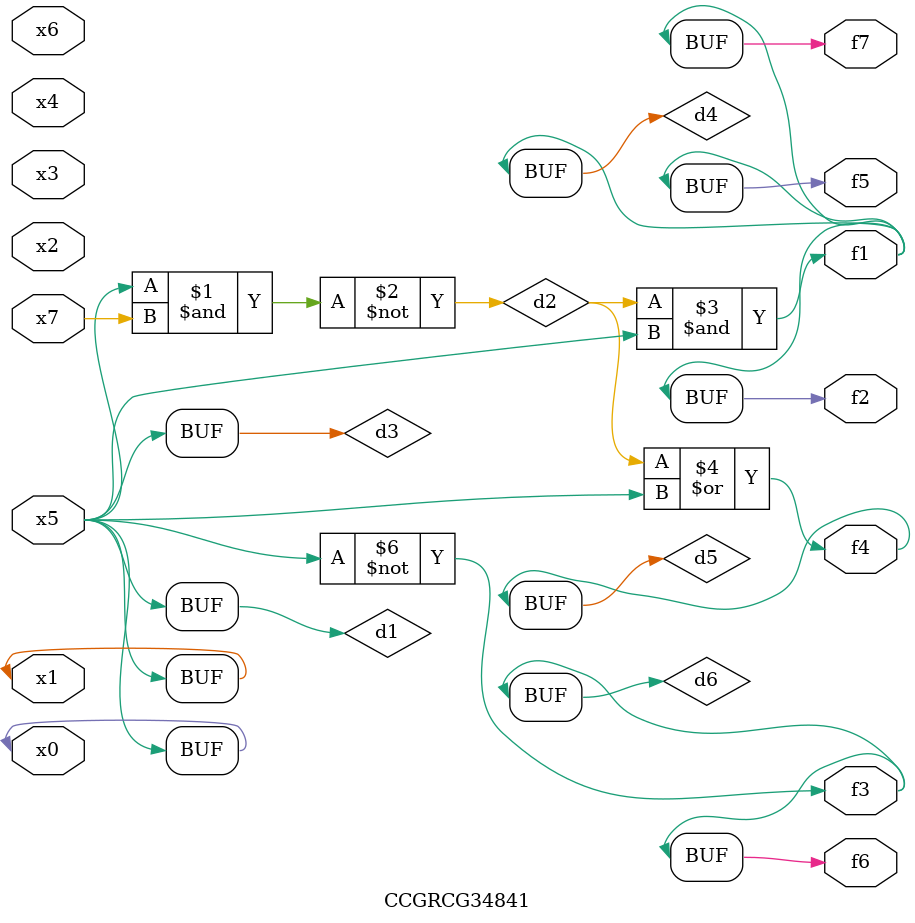
<source format=v>
module CCGRCG34841(
	input x0, x1, x2, x3, x4, x5, x6, x7,
	output f1, f2, f3, f4, f5, f6, f7
);

	wire d1, d2, d3, d4, d5, d6;

	buf (d1, x0, x5);
	nand (d2, x5, x7);
	buf (d3, x0, x1);
	and (d4, d2, d3);
	or (d5, d2, d3);
	nor (d6, d1, d3);
	assign f1 = d4;
	assign f2 = d4;
	assign f3 = d6;
	assign f4 = d5;
	assign f5 = d4;
	assign f6 = d6;
	assign f7 = d4;
endmodule

</source>
